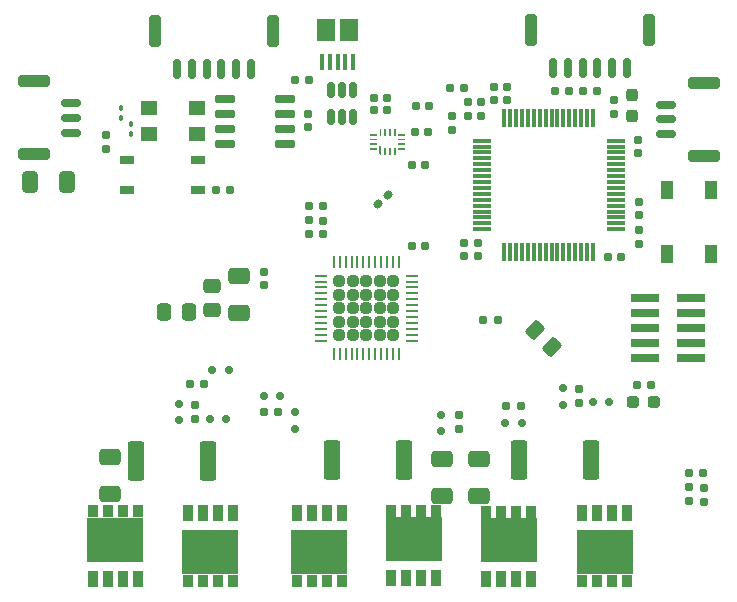
<source format=gbr>
%TF.GenerationSoftware,KiCad,Pcbnew,7.0.1*%
%TF.CreationDate,2023-04-17T18:47:01+02:00*%
%TF.ProjectId,ESC_board,4553435f-626f-4617-9264-2e6b69636164,rev?*%
%TF.SameCoordinates,Original*%
%TF.FileFunction,Paste,Top*%
%TF.FilePolarity,Positive*%
%FSLAX46Y46*%
G04 Gerber Fmt 4.6, Leading zero omitted, Abs format (unit mm)*
G04 Created by KiCad (PCBNEW 7.0.1) date 2023-04-17 18:47:01*
%MOMM*%
%LPD*%
G01*
G04 APERTURE LIST*
G04 Aperture macros list*
%AMRoundRect*
0 Rectangle with rounded corners*
0 $1 Rounding radius*
0 $2 $3 $4 $5 $6 $7 $8 $9 X,Y pos of 4 corners*
0 Add a 4 corners polygon primitive as box body*
4,1,4,$2,$3,$4,$5,$6,$7,$8,$9,$2,$3,0*
0 Add four circle primitives for the rounded corners*
1,1,$1+$1,$2,$3*
1,1,$1+$1,$4,$5*
1,1,$1+$1,$6,$7*
1,1,$1+$1,$8,$9*
0 Add four rect primitives between the rounded corners*
20,1,$1+$1,$2,$3,$4,$5,0*
20,1,$1+$1,$4,$5,$6,$7,0*
20,1,$1+$1,$6,$7,$8,$9,0*
20,1,$1+$1,$8,$9,$2,$3,0*%
G04 Aperture macros list end*
%ADD10R,0.200000X0.750000*%
%ADD11RoundRect,0.249999X0.450001X1.425001X-0.450001X1.425001X-0.450001X-1.425001X0.450001X-1.425001X0*%
%ADD12RoundRect,0.249999X-0.450001X-1.425001X0.450001X-1.425001X0.450001X1.425001X-0.450001X1.425001X0*%
%ADD13RoundRect,0.160000X-0.160000X0.197500X-0.160000X-0.197500X0.160000X-0.197500X0.160000X0.197500X0*%
%ADD14RoundRect,0.160000X0.160000X-0.197500X0.160000X0.197500X-0.160000X0.197500X-0.160000X-0.197500X0*%
%ADD15RoundRect,0.155000X0.155000X-0.212500X0.155000X0.212500X-0.155000X0.212500X-0.155000X-0.212500X0*%
%ADD16RoundRect,0.150000X0.150000X0.700000X-0.150000X0.700000X-0.150000X-0.700000X0.150000X-0.700000X0*%
%ADD17RoundRect,0.250000X0.250000X1.100000X-0.250000X1.100000X-0.250000X-1.100000X0.250000X-1.100000X0*%
%ADD18RoundRect,0.150000X-0.700000X0.150000X-0.700000X-0.150000X0.700000X-0.150000X0.700000X0.150000X0*%
%ADD19RoundRect,0.250000X-1.100000X0.250000X-1.100000X-0.250000X1.100000X-0.250000X1.100000X0.250000X0*%
%ADD20RoundRect,0.155000X-0.212500X-0.155000X0.212500X-0.155000X0.212500X0.155000X-0.212500X0.155000X0*%
%ADD21RoundRect,0.250000X0.337500X0.475000X-0.337500X0.475000X-0.337500X-0.475000X0.337500X-0.475000X0*%
%ADD22RoundRect,0.160000X-0.197500X-0.160000X0.197500X-0.160000X0.197500X0.160000X-0.197500X0.160000X0*%
%ADD23RoundRect,0.250000X0.650000X-0.412500X0.650000X0.412500X-0.650000X0.412500X-0.650000X-0.412500X0*%
%ADD24RoundRect,0.155000X0.040659X0.259862X-0.259862X-0.040659X-0.040659X-0.259862X0.259862X0.040659X0*%
%ADD25RoundRect,0.150000X0.150000X0.200000X-0.150000X0.200000X-0.150000X-0.200000X0.150000X-0.200000X0*%
%ADD26R,0.400000X1.350000*%
%ADD27R,1.500000X1.900000*%
%ADD28RoundRect,0.090000X-0.090000X0.139000X-0.090000X-0.139000X0.090000X-0.139000X0.090000X0.139000X0*%
%ADD29RoundRect,0.155000X-0.155000X0.212500X-0.155000X-0.212500X0.155000X-0.212500X0.155000X0.212500X0*%
%ADD30RoundRect,0.150000X0.725000X0.150000X-0.725000X0.150000X-0.725000X-0.150000X0.725000X-0.150000X0*%
%ADD31RoundRect,0.237500X0.237500X-0.287500X0.237500X0.287500X-0.237500X0.287500X-0.237500X-0.287500X0*%
%ADD32R,0.850000X1.050000*%
%ADD33R,4.700000X3.750000*%
%ADD34R,0.850000X1.450000*%
%ADD35R,1.346200X1.193800*%
%ADD36RoundRect,0.150000X0.200000X-0.150000X0.200000X0.150000X-0.200000X0.150000X-0.200000X-0.150000X0*%
%ADD37R,2.400000X0.740000*%
%ADD38RoundRect,0.155000X0.212500X0.155000X-0.212500X0.155000X-0.212500X-0.155000X0.212500X-0.155000X0*%
%ADD39RoundRect,0.250000X0.574524X0.097227X0.097227X0.574524X-0.574524X-0.097227X-0.097227X-0.574524X0*%
%ADD40RoundRect,0.240125X-0.240125X-0.240125X0.240125X-0.240125X0.240125X0.240125X-0.240125X0.240125X0*%
%ADD41RoundRect,0.062500X-0.412500X-0.062500X0.412500X-0.062500X0.412500X0.062500X-0.412500X0.062500X0*%
%ADD42RoundRect,0.062500X-0.062500X-0.412500X0.062500X-0.412500X0.062500X0.412500X-0.062500X0.412500X0*%
%ADD43RoundRect,0.160000X0.197500X0.160000X-0.197500X0.160000X-0.197500X-0.160000X0.197500X-0.160000X0*%
%ADD44RoundRect,0.150000X-0.150000X0.512500X-0.150000X-0.512500X0.150000X-0.512500X0.150000X0.512500X0*%
%ADD45RoundRect,0.237500X-0.287500X-0.237500X0.287500X-0.237500X0.287500X0.237500X-0.287500X0.237500X0*%
%ADD46R,1.200000X0.800000*%
%ADD47RoundRect,0.150000X0.700000X-0.150000X0.700000X0.150000X-0.700000X0.150000X-0.700000X-0.150000X0*%
%ADD48RoundRect,0.250000X1.100000X-0.250000X1.100000X0.250000X-1.100000X0.250000X-1.100000X-0.250000X0*%
%ADD49RoundRect,0.250000X0.475000X-0.337500X0.475000X0.337500X-0.475000X0.337500X-0.475000X-0.337500X0*%
%ADD50R,1.100000X1.600000*%
%ADD51RoundRect,0.090000X0.090000X-0.139000X0.090000X0.139000X-0.090000X0.139000X-0.090000X-0.139000X0*%
%ADD52RoundRect,0.150000X-0.150000X-0.200000X0.150000X-0.200000X0.150000X0.200000X-0.150000X0.200000X0*%
%ADD53RoundRect,0.250000X-0.412500X-0.650000X0.412500X-0.650000X0.412500X0.650000X-0.412500X0.650000X0*%
%ADD54RoundRect,0.075000X0.700000X0.075000X-0.700000X0.075000X-0.700000X-0.075000X0.700000X-0.075000X0*%
%ADD55RoundRect,0.075000X0.075000X0.700000X-0.075000X0.700000X-0.075000X-0.700000X0.075000X-0.700000X0*%
G04 APERTURE END LIST*
%TO.C,U3*%
G36*
X105700000Y-62188899D02*
G01*
X105550000Y-62188899D01*
X105550000Y-61588900D01*
X105700000Y-61588900D01*
X105700000Y-62188899D01*
G37*
G36*
X106099999Y-62188899D02*
G01*
X105949999Y-62188899D01*
X105949999Y-61588900D01*
X106099999Y-61588900D01*
X106099999Y-62188899D01*
G37*
G36*
X106500001Y-62188899D02*
G01*
X106350001Y-62188899D01*
X106350001Y-61588900D01*
X106500001Y-61588900D01*
X106500001Y-62188899D01*
G37*
G36*
X106900000Y-62188899D02*
G01*
X106750000Y-62188899D01*
X106750000Y-61588900D01*
X106900000Y-61588900D01*
X106900000Y-62188899D01*
G37*
G36*
X107700001Y-61788900D02*
G01*
X107100000Y-61788900D01*
X107100000Y-61638900D01*
X107700001Y-61638900D01*
X107700001Y-61788900D01*
G37*
G36*
X107700001Y-61388901D02*
G01*
X107100000Y-61388901D01*
X107100000Y-61238901D01*
X107700001Y-61238901D01*
X107700001Y-61388901D01*
G37*
G36*
X107700001Y-60988899D02*
G01*
X107100000Y-60988899D01*
X107100000Y-60838899D01*
X107700001Y-60838899D01*
X107700001Y-60988899D01*
G37*
G36*
X107700001Y-60588900D02*
G01*
X107100000Y-60588900D01*
X107100000Y-60438900D01*
X107700001Y-60438900D01*
X107700001Y-60588900D01*
G37*
G36*
X106900000Y-60638900D02*
G01*
X106750000Y-60638900D01*
X106750000Y-60038901D01*
X106900000Y-60038901D01*
X106900000Y-60638900D01*
G37*
G36*
X106500001Y-60638900D02*
G01*
X106350001Y-60638900D01*
X106350001Y-60038901D01*
X106500001Y-60038901D01*
X106500001Y-60638900D01*
G37*
G36*
X106099999Y-60638900D02*
G01*
X105949999Y-60638900D01*
X105949999Y-60038901D01*
X106099999Y-60038901D01*
X106099999Y-60638900D01*
G37*
G36*
X105700000Y-60638900D02*
G01*
X105550000Y-60638900D01*
X105550000Y-60038901D01*
X105700000Y-60038901D01*
X105700000Y-60638900D01*
G37*
G36*
X105350000Y-60588900D02*
G01*
X104749999Y-60588900D01*
X104749999Y-60438900D01*
X105350000Y-60438900D01*
X105350000Y-60588900D01*
G37*
G36*
X105350000Y-60988899D02*
G01*
X104749999Y-60988899D01*
X104749999Y-60838899D01*
X105350000Y-60838899D01*
X105350000Y-60988899D01*
G37*
G36*
X105350000Y-61388901D02*
G01*
X104749999Y-61388901D01*
X104749999Y-61238901D01*
X105350000Y-61238901D01*
X105350000Y-61388901D01*
G37*
G36*
X105350000Y-61788900D02*
G01*
X104749999Y-61788900D01*
X104749999Y-61638900D01*
X105350000Y-61638900D01*
X105350000Y-61788900D01*
G37*
%TD*%
D10*
%TO.C,U3*%
X105625001Y-61838100D03*
%TD*%
D11*
%TO.C,R28*%
X91025000Y-88140000D03*
X84925000Y-88140000D03*
%TD*%
%TO.C,R9*%
X123472936Y-88050000D03*
X117372936Y-88050000D03*
%TD*%
D12*
%TO.C,R8*%
X101490000Y-88010000D03*
X107590000Y-88010000D03*
%TD*%
D13*
%TO.C,Rg4*%
X112268000Y-84238500D03*
X112268000Y-85433500D03*
%TD*%
D14*
%TO.C,R7*%
X125406726Y-58723273D03*
X125406726Y-57528273D03*
%TD*%
D15*
%TO.C,C8*%
X114150000Y-58900000D03*
X114150000Y-57765000D03*
%TD*%
D16*
%TO.C,J7*%
X94650000Y-54900000D03*
X93400000Y-54900000D03*
X92150000Y-54900000D03*
X90900000Y-54900000D03*
X89650000Y-54900000D03*
X88400000Y-54900000D03*
D17*
X96500000Y-51700000D03*
X86550000Y-51700000D03*
%TD*%
D18*
%TO.C,J3*%
X79450000Y-57825000D03*
X79450000Y-59075000D03*
X79450000Y-60325000D03*
D19*
X76250000Y-55975000D03*
X76250000Y-62175000D03*
%TD*%
D20*
%TO.C,C33*%
X105065000Y-57400000D03*
X106200000Y-57400000D03*
%TD*%
D21*
%TO.C,Cb4*%
X89412500Y-75525000D03*
X87337500Y-75525000D03*
%TD*%
D22*
%TO.C,R1*%
X111475000Y-56575000D03*
X112670000Y-56575000D03*
%TD*%
D20*
%TO.C,C34*%
X105065000Y-58400000D03*
X106200000Y-58400000D03*
%TD*%
D15*
%TO.C,C31*%
X127475000Y-69717500D03*
X127475000Y-68582500D03*
%TD*%
D20*
%TO.C,C9*%
X108525000Y-60300000D03*
X109660000Y-60300000D03*
%TD*%
D23*
%TO.C,Cb3*%
X114000000Y-91112500D03*
X114000000Y-87987500D03*
%TD*%
D24*
%TO.C,C36*%
X106251283Y-65608717D03*
X105448717Y-66411283D03*
%TD*%
D25*
%TO.C,D4*%
X91180000Y-84570000D03*
X92580000Y-84570000D03*
%TD*%
D26*
%TO.C,J4*%
X103300000Y-54350000D03*
X102650000Y-54350000D03*
X102000000Y-54350000D03*
X101350000Y-54350000D03*
X100700000Y-54350000D03*
D27*
X103000000Y-51650000D03*
X101000000Y-51650000D03*
%TD*%
D22*
%TO.C,R4*%
X99552500Y-66572500D03*
X100747500Y-66572500D03*
%TD*%
D28*
%TO.C,D11*%
X84510000Y-59617500D03*
X84510000Y-60482500D03*
%TD*%
D29*
%TO.C,C53*%
X99460001Y-58732500D03*
X99460001Y-59867500D03*
%TD*%
D30*
%TO.C,U5*%
X97585000Y-61255000D03*
X97585000Y-59985000D03*
X97585000Y-58715000D03*
X97585000Y-57445000D03*
X92435000Y-57445000D03*
X92435000Y-58715000D03*
X92435000Y-59985000D03*
X92435000Y-61255000D03*
%TD*%
D13*
%TO.C,R5*%
X99600000Y-67750000D03*
X99600000Y-68945000D03*
%TD*%
D31*
%TO.C,D16*%
X126930000Y-58910001D03*
X126930000Y-57160001D03*
%TD*%
D23*
%TO.C,Cb1*%
X82750000Y-90887500D03*
X82750000Y-87762500D03*
%TD*%
D15*
%TO.C,C1*%
X127525000Y-67325000D03*
X127525000Y-66190000D03*
%TD*%
D22*
%TO.C,R12*%
X91662500Y-65200000D03*
X92857500Y-65200000D03*
%TD*%
D25*
%TO.C,D10*%
X123580000Y-83170000D03*
X124980000Y-83170000D03*
%TD*%
D22*
%TO.C,R6*%
X114342500Y-76230000D03*
X115537500Y-76230000D03*
%TD*%
D13*
%TO.C,R18*%
X82409999Y-60552500D03*
X82409999Y-61747500D03*
%TD*%
D25*
%TO.C,D8*%
X116170000Y-84930000D03*
X117570000Y-84930000D03*
%TD*%
D32*
%TO.C,Q5*%
X114580000Y-92430000D03*
X115850000Y-92430000D03*
D33*
X116485000Y-94830000D03*
D32*
X117120000Y-92430000D03*
X118390000Y-92430000D03*
D34*
X118390000Y-98130000D03*
X114580000Y-98130000D03*
X115850000Y-98130000D03*
X117120000Y-98130000D03*
%TD*%
D22*
%TO.C,Rg5*%
X116292500Y-83480000D03*
X117487500Y-83480000D03*
%TD*%
%TO.C,R11*%
X127330000Y-81700000D03*
X128525000Y-81700000D03*
%TD*%
D35*
%TO.C,FL2*%
X90092000Y-60454900D03*
X90092000Y-58245100D03*
X86028000Y-58245100D03*
X86028000Y-60454900D03*
%TD*%
D36*
%TO.C,D3*%
X88550000Y-83290000D03*
X88550000Y-84690000D03*
%TD*%
D13*
%TO.C,R22*%
X111670000Y-58902500D03*
X111670000Y-60097500D03*
%TD*%
D37*
%TO.C,J1*%
X128000000Y-74360000D03*
X131900000Y-74360000D03*
X128000000Y-75630000D03*
X131900000Y-75630000D03*
X128000000Y-76900000D03*
X131900000Y-76900000D03*
X128000000Y-78170000D03*
X131900000Y-78170000D03*
X128000000Y-79440000D03*
X131900000Y-79440000D03*
%TD*%
D38*
%TO.C,C3*%
X113842500Y-69700000D03*
X112707500Y-69700000D03*
%TD*%
%TO.C,C6*%
X113842500Y-70800000D03*
X112707500Y-70800000D03*
%TD*%
D39*
%TO.C,C42*%
X120167246Y-78475869D03*
X118700000Y-77008623D03*
%TD*%
D40*
%TO.C,IC2*%
X102150000Y-72910000D03*
X102150000Y-74050000D03*
X102150000Y-75190000D03*
X102150000Y-76330000D03*
X102150000Y-77470000D03*
X103290000Y-72910000D03*
X103290000Y-74050000D03*
X103290000Y-75190000D03*
X103290000Y-76330000D03*
X103290000Y-77470000D03*
X104430000Y-72910000D03*
X104430000Y-74050000D03*
X104430000Y-75190000D03*
X104430000Y-76330000D03*
X104430000Y-77470000D03*
X105570000Y-72910000D03*
X105570000Y-74050000D03*
X105570000Y-75190000D03*
X105570000Y-76330000D03*
X105570000Y-77470000D03*
X106710000Y-72910000D03*
X106710000Y-74050000D03*
X106710000Y-75190000D03*
X106710000Y-76330000D03*
X106710000Y-77470000D03*
D41*
X100555000Y-72440000D03*
X100555000Y-72940000D03*
X100555000Y-73440000D03*
X100555000Y-73940000D03*
X100555000Y-74440000D03*
X100555000Y-74940000D03*
X100555000Y-75440000D03*
X100555000Y-75940000D03*
X100555000Y-76440000D03*
X100555000Y-76940000D03*
X100555000Y-77440000D03*
X100555000Y-77940000D03*
D42*
X101680000Y-79065000D03*
X102180000Y-79065000D03*
X102680000Y-79065000D03*
X103180000Y-79065000D03*
X103680000Y-79065000D03*
X104180000Y-79065000D03*
X104680000Y-79065000D03*
X105180000Y-79065000D03*
X105680000Y-79065000D03*
X106180000Y-79065000D03*
X106680000Y-79065000D03*
X107180000Y-79065000D03*
D41*
X108305000Y-77940000D03*
X108305000Y-77440000D03*
X108305000Y-76940000D03*
X108305000Y-76440000D03*
X108305000Y-75940000D03*
X108305000Y-75440000D03*
X108305000Y-74940000D03*
X108305000Y-74440000D03*
X108305000Y-73940000D03*
X108305000Y-73440000D03*
X108305000Y-72940000D03*
X108305000Y-72440000D03*
D42*
X107180000Y-71315000D03*
X106680000Y-71315000D03*
X106180000Y-71315000D03*
X105680000Y-71315000D03*
X105180000Y-71315000D03*
X104680000Y-71315000D03*
X104180000Y-71315000D03*
X103680000Y-71315000D03*
X103180000Y-71315000D03*
X102680000Y-71315000D03*
X102180000Y-71315000D03*
X101680000Y-71315000D03*
%TD*%
D13*
%TO.C,Rg6*%
X122410000Y-82062500D03*
X122410000Y-83257500D03*
%TD*%
D43*
%TO.C,Rg1*%
X90687500Y-81570000D03*
X89492500Y-81570000D03*
%TD*%
D44*
%TO.C,U2*%
X103300000Y-56752500D03*
X102350000Y-56752500D03*
X101400000Y-56752500D03*
X101400000Y-59027500D03*
X102350000Y-59027500D03*
X103300000Y-59027500D03*
%TD*%
D45*
%TO.C,D17*%
X127037500Y-83120000D03*
X128787500Y-83120000D03*
%TD*%
D29*
%TO.C,C41*%
X100750000Y-67782500D03*
X100750000Y-68917500D03*
%TD*%
D32*
%TO.C,Q3*%
X106540015Y-92360061D03*
X107810015Y-92360061D03*
D33*
X108445015Y-94760061D03*
D32*
X109080015Y-92360061D03*
X110350015Y-92360061D03*
D34*
X110350015Y-98060061D03*
X106540015Y-98060061D03*
X107810015Y-98060061D03*
X109080015Y-98060061D03*
%TD*%
D32*
%TO.C,Q6*%
X126535000Y-98270000D03*
X125265000Y-98270000D03*
D33*
X124630000Y-95870000D03*
D32*
X123995000Y-98270000D03*
X122725000Y-98270000D03*
D34*
X122725000Y-92570000D03*
X126535000Y-92570000D03*
X125265000Y-92570000D03*
X123995000Y-92570000D03*
%TD*%
D38*
%TO.C,C10*%
X116375000Y-57525000D03*
X115240000Y-57525000D03*
%TD*%
D15*
%TO.C,Cb5*%
X95800000Y-73267500D03*
X95800000Y-72132500D03*
%TD*%
D43*
%TO.C,R3*%
X121595000Y-56775000D03*
X120400000Y-56775000D03*
%TD*%
D20*
%TO.C,C35*%
X109407500Y-63110000D03*
X108272500Y-63110000D03*
%TD*%
D38*
%TO.C,C5*%
X116375000Y-56475000D03*
X115240000Y-56475000D03*
%TD*%
D36*
%TO.C,D6*%
X110744000Y-84227500D03*
X110744000Y-85627500D03*
%TD*%
D46*
%TO.C,U6*%
X90160000Y-65170000D03*
X90160000Y-62630000D03*
X84160000Y-62630000D03*
X84160000Y-65170000D03*
%TD*%
D32*
%TO.C,Q2*%
X93140000Y-98270000D03*
X91870000Y-98270000D03*
D33*
X91235000Y-95870000D03*
D32*
X90600000Y-98270000D03*
X89330000Y-98270000D03*
D34*
X89330000Y-92570000D03*
X93140000Y-92570000D03*
X91870000Y-92570000D03*
X90600000Y-92570000D03*
%TD*%
D23*
%TO.C,C23*%
X93625000Y-75587500D03*
X93625000Y-72462500D03*
%TD*%
D20*
%TO.C,C2*%
X124857500Y-70875000D03*
X125992500Y-70875000D03*
%TD*%
D43*
%TO.C,R16*%
X99547500Y-55910000D03*
X98352500Y-55910000D03*
%TD*%
D36*
%TO.C,D5*%
X98380000Y-84020000D03*
X98380000Y-85420000D03*
%TD*%
D25*
%TO.C,D7*%
X95730000Y-82670000D03*
X97130000Y-82670000D03*
%TD*%
D13*
%TO.C,R15*%
X133000000Y-90377500D03*
X133000000Y-91572500D03*
%TD*%
D47*
%TO.C,J6*%
X129800000Y-60450000D03*
X129800000Y-59200000D03*
X129800000Y-57950000D03*
D48*
X133000000Y-62300000D03*
X133000000Y-56100000D03*
%TD*%
D49*
%TO.C,Cb6*%
X91375000Y-75387500D03*
X91375000Y-73312500D03*
%TD*%
D32*
%TO.C,Q4*%
X102350015Y-98260061D03*
X101080015Y-98260061D03*
D33*
X100445015Y-95860061D03*
D32*
X99810015Y-98260061D03*
X98540015Y-98260061D03*
D34*
X98540015Y-92560061D03*
X102350015Y-92560061D03*
X101080015Y-92560061D03*
X99810015Y-92560061D03*
%TD*%
D29*
%TO.C,C4*%
X127400000Y-60957500D03*
X127400000Y-62092500D03*
%TD*%
D22*
%TO.C,TH1*%
X131777500Y-89125000D03*
X132972500Y-89125000D03*
%TD*%
D23*
%TO.C,Cb2*%
X110850000Y-91112500D03*
X110850000Y-87987500D03*
%TD*%
D50*
%TO.C,SW1*%
X129900000Y-70625000D03*
X133600000Y-70625000D03*
X133600000Y-65225000D03*
X129900000Y-65225000D03*
%TD*%
D16*
%TO.C,J2*%
X126500000Y-54850000D03*
X125250000Y-54850000D03*
X124000000Y-54850000D03*
X122750000Y-54850000D03*
X121500000Y-54850000D03*
X120250000Y-54850000D03*
D17*
X128350000Y-51650000D03*
X118400000Y-51650000D03*
%TD*%
D20*
%TO.C,C32*%
X108625000Y-58075000D03*
X109760000Y-58075000D03*
%TD*%
D15*
%TO.C,C7*%
X113025000Y-58900000D03*
X113025000Y-57765000D03*
%TD*%
D51*
%TO.C,D1*%
X83660000Y-59132500D03*
X83660000Y-58267500D03*
%TD*%
D20*
%TO.C,C43*%
X108302500Y-69960000D03*
X109437500Y-69960000D03*
%TD*%
D52*
%TO.C,D2*%
X92800000Y-80400000D03*
X91400000Y-80400000D03*
%TD*%
D36*
%TO.C,D9*%
X121110000Y-81990000D03*
X121110000Y-83390000D03*
%TD*%
D13*
%TO.C,Rg2*%
X89910000Y-83382500D03*
X89910000Y-84577500D03*
%TD*%
D53*
%TO.C,C28*%
X75925000Y-64550000D03*
X79050000Y-64550000D03*
%TD*%
D54*
%TO.C,IC1*%
X125535000Y-68510000D03*
X125535000Y-68010000D03*
X125535000Y-67510000D03*
X125535000Y-67010000D03*
X125535000Y-66510000D03*
X125535000Y-66010000D03*
X125535000Y-65510000D03*
X125535000Y-65010000D03*
X125535000Y-64510000D03*
X125535000Y-64010000D03*
X125535000Y-63510000D03*
X125535000Y-63010000D03*
X125535000Y-62510000D03*
X125535000Y-62010000D03*
X125535000Y-61510000D03*
X125535000Y-61010000D03*
D55*
X123610000Y-59085000D03*
X123110000Y-59085000D03*
X122610000Y-59085000D03*
X122110000Y-59085000D03*
X121610000Y-59085000D03*
X121110000Y-59085000D03*
X120610000Y-59085000D03*
X120110000Y-59085000D03*
X119610000Y-59085000D03*
X119110000Y-59085000D03*
X118610000Y-59085000D03*
X118110000Y-59085000D03*
X117610000Y-59085000D03*
X117110000Y-59085000D03*
X116610000Y-59085000D03*
X116110000Y-59085000D03*
D54*
X114185000Y-61010000D03*
X114185000Y-61510000D03*
X114185000Y-62010000D03*
X114185000Y-62510000D03*
X114185000Y-63010000D03*
X114185000Y-63510000D03*
X114185000Y-64010000D03*
X114185000Y-64510000D03*
X114185000Y-65010000D03*
X114185000Y-65510000D03*
X114185000Y-66010000D03*
X114185000Y-66510000D03*
X114185000Y-67010000D03*
X114185000Y-67510000D03*
X114185000Y-68010000D03*
X114185000Y-68510000D03*
D55*
X116110000Y-70435000D03*
X116610000Y-70435000D03*
X117110000Y-70435000D03*
X117610000Y-70435000D03*
X118110000Y-70435000D03*
X118610000Y-70435000D03*
X119110000Y-70435000D03*
X119610000Y-70435000D03*
X120110000Y-70435000D03*
X120610000Y-70435000D03*
X121110000Y-70435000D03*
X121610000Y-70435000D03*
X122110000Y-70435000D03*
X122610000Y-70435000D03*
X123110000Y-70435000D03*
X123610000Y-70435000D03*
%TD*%
D32*
%TO.C,Q1*%
X81250000Y-92380000D03*
X82520000Y-92380000D03*
D33*
X83155000Y-94780000D03*
D32*
X83790000Y-92380000D03*
X85060000Y-92380000D03*
D34*
X85060000Y-98080000D03*
X81250000Y-98080000D03*
X82520000Y-98080000D03*
X83790000Y-98080000D03*
%TD*%
D29*
%TO.C,C52*%
X131750000Y-90365000D03*
X131750000Y-91500000D03*
%TD*%
D43*
%TO.C,R2*%
X123950000Y-56775000D03*
X122755000Y-56775000D03*
%TD*%
%TO.C,Rg3*%
X96947500Y-83960000D03*
X95752500Y-83960000D03*
%TD*%
M02*

</source>
